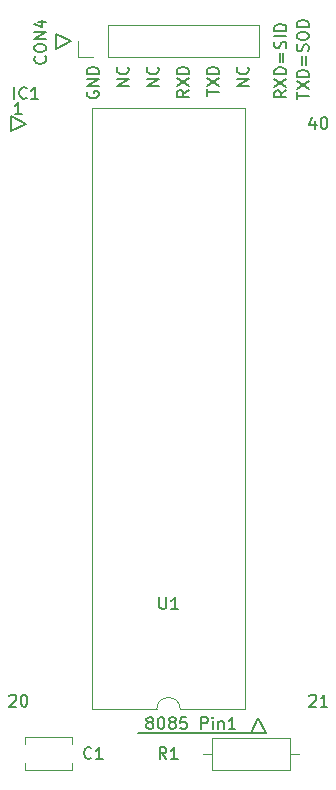
<source format=gto>
G04 #@! TF.GenerationSoftware,KiCad,Pcbnew,(6.0.7-1)-1*
G04 #@! TF.CreationDate,2022-09-28T23:36:56+09:00*
G04 #@! TF.ProjectId,MEZ8085,4d455a38-3038-4352-9e6b-696361645f70,A*
G04 #@! TF.SameCoordinates,PX5f5e100PY8f0d180*
G04 #@! TF.FileFunction,Legend,Top*
G04 #@! TF.FilePolarity,Positive*
%FSLAX46Y46*%
G04 Gerber Fmt 4.6, Leading zero omitted, Abs format (unit mm)*
G04 Created by KiCad (PCBNEW (6.0.7-1)-1) date 2022-09-28 23:36:56*
%MOMM*%
%LPD*%
G01*
G04 APERTURE LIST*
%ADD10C,0.150000*%
%ADD11C,0.120000*%
G04 APERTURE END LIST*
D10*
X21595000Y5593000D02*
X20960000Y4323000D01*
X4445000Y62230000D02*
X5715000Y62865000D01*
X20960000Y4323000D02*
X22230000Y4323000D01*
X635000Y55245000D02*
X1905000Y55880000D01*
X4445000Y63500000D02*
X4445000Y62230000D01*
X20955000Y4318000D02*
X11430000Y4318000D01*
X635000Y56515000D02*
X635000Y55245000D01*
X5715000Y62865000D02*
X4445000Y63500000D01*
X21595000Y5593000D02*
X22230000Y4323000D01*
X1905000Y55880000D02*
X635000Y56515000D01*
X10612380Y59052977D02*
X9612380Y59052977D01*
X10612380Y59624405D01*
X9612380Y59624405D01*
X10517142Y60672024D02*
X10564761Y60624405D01*
X10612380Y60481548D01*
X10612380Y60386310D01*
X10564761Y60243453D01*
X10469523Y60148215D01*
X10374285Y60100596D01*
X10183809Y60052977D01*
X10040952Y60052977D01*
X9850476Y60100596D01*
X9755238Y60148215D01*
X9660000Y60243453D01*
X9612380Y60386310D01*
X9612380Y60481548D01*
X9660000Y60624405D01*
X9707619Y60672024D01*
X928809Y57967620D02*
X928809Y58967620D01*
X1976428Y58062858D02*
X1928809Y58015239D01*
X1785952Y57967620D01*
X1690714Y57967620D01*
X1547857Y58015239D01*
X1452619Y58110477D01*
X1405000Y58205715D01*
X1357380Y58396191D01*
X1357380Y58539048D01*
X1405000Y58729524D01*
X1452619Y58824762D01*
X1547857Y58920000D01*
X1690714Y58967620D01*
X1785952Y58967620D01*
X1928809Y58920000D01*
X1976428Y58872381D01*
X2928809Y57967620D02*
X2357380Y57967620D01*
X2643095Y57967620D02*
X2643095Y58967620D01*
X2547857Y58824762D01*
X2452619Y58729524D01*
X2357380Y58681905D01*
X25908095Y7437381D02*
X25955714Y7485000D01*
X26050952Y7532620D01*
X26289047Y7532620D01*
X26384285Y7485000D01*
X26431904Y7437381D01*
X26479523Y7342143D01*
X26479523Y7246905D01*
X26431904Y7104048D01*
X25860476Y6532620D01*
X26479523Y6532620D01*
X27431904Y6532620D02*
X26860476Y6532620D01*
X27146190Y6532620D02*
X27146190Y7532620D01*
X27050952Y7389762D01*
X26955714Y7294524D01*
X26860476Y7246905D01*
X17227380Y58243453D02*
X17227380Y58814881D01*
X18227380Y58529167D02*
X17227380Y58529167D01*
X17227380Y59052977D02*
X18227380Y59719643D01*
X17227380Y59719643D02*
X18227380Y59052977D01*
X18227380Y60100596D02*
X17227380Y60100596D01*
X17227380Y60338691D01*
X17275000Y60481548D01*
X17370238Y60576786D01*
X17465476Y60624405D01*
X17655952Y60672024D01*
X17798809Y60672024D01*
X17989285Y60624405D01*
X18084523Y60576786D01*
X18179761Y60481548D01*
X18227380Y60338691D01*
X18227380Y60100596D01*
X13152380Y59052977D02*
X12152380Y59052977D01*
X13152380Y59624405D01*
X12152380Y59624405D01*
X13057142Y60672024D02*
X13104761Y60624405D01*
X13152380Y60481548D01*
X13152380Y60386310D01*
X13104761Y60243453D01*
X13009523Y60148215D01*
X12914285Y60100596D01*
X12723809Y60052977D01*
X12580952Y60052977D01*
X12390476Y60100596D01*
X12295238Y60148215D01*
X12200000Y60243453D01*
X12152380Y60386310D01*
X12152380Y60481548D01*
X12200000Y60624405D01*
X12247619Y60672024D01*
X513095Y7437381D02*
X560714Y7485000D01*
X655952Y7532620D01*
X894047Y7532620D01*
X989285Y7485000D01*
X1036904Y7437381D01*
X1084523Y7342143D01*
X1084523Y7246905D01*
X1036904Y7104048D01*
X465476Y6532620D01*
X1084523Y6532620D01*
X1703571Y7532620D02*
X1798809Y7532620D01*
X1894047Y7485000D01*
X1941666Y7437381D01*
X1989285Y7342143D01*
X2036904Y7151667D01*
X2036904Y6913572D01*
X1989285Y6723096D01*
X1941666Y6627858D01*
X1894047Y6580239D01*
X1798809Y6532620D01*
X1703571Y6532620D01*
X1608333Y6580239D01*
X1560714Y6627858D01*
X1513095Y6723096D01*
X1465476Y6913572D01*
X1465476Y7151667D01*
X1513095Y7342143D01*
X1560714Y7437381D01*
X1608333Y7485000D01*
X1703571Y7532620D01*
X12303571Y5199048D02*
X12208333Y5246667D01*
X12160714Y5294286D01*
X12113095Y5389524D01*
X12113095Y5437143D01*
X12160714Y5532381D01*
X12208333Y5580000D01*
X12303571Y5627620D01*
X12494047Y5627620D01*
X12589285Y5580000D01*
X12636904Y5532381D01*
X12684523Y5437143D01*
X12684523Y5389524D01*
X12636904Y5294286D01*
X12589285Y5246667D01*
X12494047Y5199048D01*
X12303571Y5199048D01*
X12208333Y5151429D01*
X12160714Y5103810D01*
X12113095Y5008572D01*
X12113095Y4818096D01*
X12160714Y4722858D01*
X12208333Y4675239D01*
X12303571Y4627620D01*
X12494047Y4627620D01*
X12589285Y4675239D01*
X12636904Y4722858D01*
X12684523Y4818096D01*
X12684523Y5008572D01*
X12636904Y5103810D01*
X12589285Y5151429D01*
X12494047Y5199048D01*
X13303571Y5627620D02*
X13398809Y5627620D01*
X13494047Y5580000D01*
X13541666Y5532381D01*
X13589285Y5437143D01*
X13636904Y5246667D01*
X13636904Y5008572D01*
X13589285Y4818096D01*
X13541666Y4722858D01*
X13494047Y4675239D01*
X13398809Y4627620D01*
X13303571Y4627620D01*
X13208333Y4675239D01*
X13160714Y4722858D01*
X13113095Y4818096D01*
X13065476Y5008572D01*
X13065476Y5246667D01*
X13113095Y5437143D01*
X13160714Y5532381D01*
X13208333Y5580000D01*
X13303571Y5627620D01*
X14208333Y5199048D02*
X14113095Y5246667D01*
X14065476Y5294286D01*
X14017857Y5389524D01*
X14017857Y5437143D01*
X14065476Y5532381D01*
X14113095Y5580000D01*
X14208333Y5627620D01*
X14398809Y5627620D01*
X14494047Y5580000D01*
X14541666Y5532381D01*
X14589285Y5437143D01*
X14589285Y5389524D01*
X14541666Y5294286D01*
X14494047Y5246667D01*
X14398809Y5199048D01*
X14208333Y5199048D01*
X14113095Y5151429D01*
X14065476Y5103810D01*
X14017857Y5008572D01*
X14017857Y4818096D01*
X14065476Y4722858D01*
X14113095Y4675239D01*
X14208333Y4627620D01*
X14398809Y4627620D01*
X14494047Y4675239D01*
X14541666Y4722858D01*
X14589285Y4818096D01*
X14589285Y5008572D01*
X14541666Y5103810D01*
X14494047Y5151429D01*
X14398809Y5199048D01*
X15494047Y5627620D02*
X15017857Y5627620D01*
X14970238Y5151429D01*
X15017857Y5199048D01*
X15113095Y5246667D01*
X15351190Y5246667D01*
X15446428Y5199048D01*
X15494047Y5151429D01*
X15541666Y5056191D01*
X15541666Y4818096D01*
X15494047Y4722858D01*
X15446428Y4675239D01*
X15351190Y4627620D01*
X15113095Y4627620D01*
X15017857Y4675239D01*
X14970238Y4722858D01*
X16732142Y4627620D02*
X16732142Y5627620D01*
X17113095Y5627620D01*
X17208333Y5580000D01*
X17255952Y5532381D01*
X17303571Y5437143D01*
X17303571Y5294286D01*
X17255952Y5199048D01*
X17208333Y5151429D01*
X17113095Y5103810D01*
X16732142Y5103810D01*
X17732142Y4627620D02*
X17732142Y5294286D01*
X17732142Y5627620D02*
X17684523Y5580000D01*
X17732142Y5532381D01*
X17779761Y5580000D01*
X17732142Y5627620D01*
X17732142Y5532381D01*
X18208333Y5294286D02*
X18208333Y4627620D01*
X18208333Y5199048D02*
X18255952Y5246667D01*
X18351190Y5294286D01*
X18494047Y5294286D01*
X18589285Y5246667D01*
X18636904Y5151429D01*
X18636904Y4627620D01*
X19636904Y4627620D02*
X19065476Y4627620D01*
X19351190Y4627620D02*
X19351190Y5627620D01*
X19255952Y5484762D01*
X19160714Y5389524D01*
X19065476Y5341905D01*
X7120000Y58586786D02*
X7072380Y58491548D01*
X7072380Y58348691D01*
X7120000Y58205834D01*
X7215238Y58110596D01*
X7310476Y58062977D01*
X7500952Y58015358D01*
X7643809Y58015358D01*
X7834285Y58062977D01*
X7929523Y58110596D01*
X8024761Y58205834D01*
X8072380Y58348691D01*
X8072380Y58443929D01*
X8024761Y58586786D01*
X7977142Y58634405D01*
X7643809Y58634405D01*
X7643809Y58443929D01*
X8072380Y59062977D02*
X7072380Y59062977D01*
X8072380Y59634405D01*
X7072380Y59634405D01*
X8072380Y60110596D02*
X7072380Y60110596D01*
X7072380Y60348691D01*
X7120000Y60491548D01*
X7215238Y60586786D01*
X7310476Y60634405D01*
X7500952Y60682024D01*
X7643809Y60682024D01*
X7834285Y60634405D01*
X7929523Y60586786D01*
X8024761Y60491548D01*
X8072380Y60348691D01*
X8072380Y60110596D01*
X20767380Y59052977D02*
X19767380Y59052977D01*
X20767380Y59624405D01*
X19767380Y59624405D01*
X20672142Y60672024D02*
X20719761Y60624405D01*
X20767380Y60481548D01*
X20767380Y60386310D01*
X20719761Y60243453D01*
X20624523Y60148215D01*
X20529285Y60100596D01*
X20338809Y60052977D01*
X20195952Y60052977D01*
X20005476Y60100596D01*
X19910238Y60148215D01*
X19815000Y60243453D01*
X19767380Y60386310D01*
X19767380Y60481548D01*
X19815000Y60624405D01*
X19862619Y60672024D01*
X26384285Y56094286D02*
X26384285Y55427620D01*
X26146190Y56475239D02*
X25908095Y55760953D01*
X26527142Y55760953D01*
X27098571Y56427620D02*
X27193809Y56427620D01*
X27289047Y56380000D01*
X27336666Y56332381D01*
X27384285Y56237143D01*
X27431904Y56046667D01*
X27431904Y55808572D01*
X27384285Y55618096D01*
X27336666Y55522858D01*
X27289047Y55475239D01*
X27193809Y55427620D01*
X27098571Y55427620D01*
X27003333Y55475239D01*
X26955714Y55522858D01*
X26908095Y55618096D01*
X26860476Y55808572D01*
X26860476Y56046667D01*
X26908095Y56237143D01*
X26955714Y56332381D01*
X27003333Y56380000D01*
X27098571Y56427620D01*
X24847380Y57977739D02*
X24847380Y58549167D01*
X25847380Y58263453D02*
X24847380Y58263453D01*
X24847380Y58787262D02*
X25847380Y59453929D01*
X24847380Y59453929D02*
X25847380Y58787262D01*
X25847380Y59834881D02*
X24847380Y59834881D01*
X24847380Y60072977D01*
X24895000Y60215834D01*
X24990238Y60311072D01*
X25085476Y60358691D01*
X25275952Y60406310D01*
X25418809Y60406310D01*
X25609285Y60358691D01*
X25704523Y60311072D01*
X25799761Y60215834D01*
X25847380Y60072977D01*
X25847380Y59834881D01*
X25323571Y60834881D02*
X25323571Y61596786D01*
X25609285Y61596786D02*
X25609285Y60834881D01*
X25799761Y62025358D02*
X25847380Y62168215D01*
X25847380Y62406310D01*
X25799761Y62501548D01*
X25752142Y62549167D01*
X25656904Y62596786D01*
X25561666Y62596786D01*
X25466428Y62549167D01*
X25418809Y62501548D01*
X25371190Y62406310D01*
X25323571Y62215834D01*
X25275952Y62120596D01*
X25228333Y62072977D01*
X25133095Y62025358D01*
X25037857Y62025358D01*
X24942619Y62072977D01*
X24895000Y62120596D01*
X24847380Y62215834D01*
X24847380Y62453929D01*
X24895000Y62596786D01*
X24847380Y63215834D02*
X24847380Y63406310D01*
X24895000Y63501548D01*
X24990238Y63596786D01*
X25180714Y63644405D01*
X25514047Y63644405D01*
X25704523Y63596786D01*
X25799761Y63501548D01*
X25847380Y63406310D01*
X25847380Y63215834D01*
X25799761Y63120596D01*
X25704523Y63025358D01*
X25514047Y62977739D01*
X25180714Y62977739D01*
X24990238Y63025358D01*
X24895000Y63120596D01*
X24847380Y63215834D01*
X25847380Y64072977D02*
X24847380Y64072977D01*
X24847380Y64311072D01*
X24895000Y64453929D01*
X24990238Y64549167D01*
X25085476Y64596786D01*
X25275952Y64644405D01*
X25418809Y64644405D01*
X25609285Y64596786D01*
X25704523Y64549167D01*
X25799761Y64453929D01*
X25847380Y64311072D01*
X25847380Y64072977D01*
X1555714Y56697620D02*
X984285Y56697620D01*
X1270000Y56697620D02*
X1270000Y57697620D01*
X1174761Y57554762D01*
X1079523Y57459524D01*
X984285Y57411905D01*
X23947380Y58692024D02*
X23471190Y58358691D01*
X23947380Y58120596D02*
X22947380Y58120596D01*
X22947380Y58501548D01*
X22995000Y58596786D01*
X23042619Y58644405D01*
X23137857Y58692024D01*
X23280714Y58692024D01*
X23375952Y58644405D01*
X23423571Y58596786D01*
X23471190Y58501548D01*
X23471190Y58120596D01*
X22947380Y59025358D02*
X23947380Y59692024D01*
X22947380Y59692024D02*
X23947380Y59025358D01*
X23947380Y60072977D02*
X22947380Y60072977D01*
X22947380Y60311072D01*
X22995000Y60453929D01*
X23090238Y60549167D01*
X23185476Y60596786D01*
X23375952Y60644405D01*
X23518809Y60644405D01*
X23709285Y60596786D01*
X23804523Y60549167D01*
X23899761Y60453929D01*
X23947380Y60311072D01*
X23947380Y60072977D01*
X23423571Y61072977D02*
X23423571Y61834881D01*
X23709285Y61834881D02*
X23709285Y61072977D01*
X23899761Y62263453D02*
X23947380Y62406310D01*
X23947380Y62644405D01*
X23899761Y62739643D01*
X23852142Y62787262D01*
X23756904Y62834881D01*
X23661666Y62834881D01*
X23566428Y62787262D01*
X23518809Y62739643D01*
X23471190Y62644405D01*
X23423571Y62453929D01*
X23375952Y62358691D01*
X23328333Y62311072D01*
X23233095Y62263453D01*
X23137857Y62263453D01*
X23042619Y62311072D01*
X22995000Y62358691D01*
X22947380Y62453929D01*
X22947380Y62692024D01*
X22995000Y62834881D01*
X23947380Y63263453D02*
X22947380Y63263453D01*
X23947380Y63739643D02*
X22947380Y63739643D01*
X22947380Y63977739D01*
X22995000Y64120596D01*
X23090238Y64215834D01*
X23185476Y64263453D01*
X23375952Y64311072D01*
X23518809Y64311072D01*
X23709285Y64263453D01*
X23804523Y64215834D01*
X23899761Y64120596D01*
X23947380Y63977739D01*
X23947380Y63739643D01*
X15687380Y58719643D02*
X15211190Y58386310D01*
X15687380Y58148215D02*
X14687380Y58148215D01*
X14687380Y58529167D01*
X14735000Y58624405D01*
X14782619Y58672024D01*
X14877857Y58719643D01*
X15020714Y58719643D01*
X15115952Y58672024D01*
X15163571Y58624405D01*
X15211190Y58529167D01*
X15211190Y58148215D01*
X14687380Y59052977D02*
X15687380Y59719643D01*
X14687380Y59719643D02*
X15687380Y59052977D01*
X15687380Y60100596D02*
X14687380Y60100596D01*
X14687380Y60338691D01*
X14735000Y60481548D01*
X14830238Y60576786D01*
X14925476Y60624405D01*
X15115952Y60672024D01*
X15258809Y60672024D01*
X15449285Y60624405D01*
X15544523Y60576786D01*
X15639761Y60481548D01*
X15687380Y60338691D01*
X15687380Y60100596D01*
X13213095Y15792620D02*
X13213095Y14983096D01*
X13260714Y14887858D01*
X13308333Y14840239D01*
X13403571Y14792620D01*
X13594047Y14792620D01*
X13689285Y14840239D01*
X13736904Y14887858D01*
X13784523Y14983096D01*
X13784523Y15792620D01*
X14784523Y14792620D02*
X14213095Y14792620D01*
X14498809Y14792620D02*
X14498809Y15792620D01*
X14403571Y15649762D01*
X14308333Y15554524D01*
X14213095Y15506905D01*
X3527142Y61580715D02*
X3574761Y61533096D01*
X3622380Y61390239D01*
X3622380Y61295000D01*
X3574761Y61152143D01*
X3479523Y61056905D01*
X3384285Y61009286D01*
X3193809Y60961667D01*
X3050952Y60961667D01*
X2860476Y61009286D01*
X2765238Y61056905D01*
X2670000Y61152143D01*
X2622380Y61295000D01*
X2622380Y61390239D01*
X2670000Y61533096D01*
X2717619Y61580715D01*
X2622380Y62199762D02*
X2622380Y62390239D01*
X2670000Y62485477D01*
X2765238Y62580715D01*
X2955714Y62628334D01*
X3289047Y62628334D01*
X3479523Y62580715D01*
X3574761Y62485477D01*
X3622380Y62390239D01*
X3622380Y62199762D01*
X3574761Y62104524D01*
X3479523Y62009286D01*
X3289047Y61961667D01*
X2955714Y61961667D01*
X2765238Y62009286D01*
X2670000Y62104524D01*
X2622380Y62199762D01*
X3622380Y63056905D02*
X2622380Y63056905D01*
X3622380Y63628334D01*
X2622380Y63628334D01*
X2955714Y64533096D02*
X3622380Y64533096D01*
X2574761Y64295000D02*
X3289047Y64056905D01*
X3289047Y64675953D01*
X13803333Y2087620D02*
X13470000Y2563810D01*
X13231904Y2087620D02*
X13231904Y3087620D01*
X13612857Y3087620D01*
X13708095Y3040000D01*
X13755714Y2992381D01*
X13803333Y2897143D01*
X13803333Y2754286D01*
X13755714Y2659048D01*
X13708095Y2611429D01*
X13612857Y2563810D01*
X13231904Y2563810D01*
X14755714Y2087620D02*
X14184285Y2087620D01*
X14470000Y2087620D02*
X14470000Y3087620D01*
X14374761Y2944762D01*
X14279523Y2849524D01*
X14184285Y2801905D01*
X7453333Y2182858D02*
X7405714Y2135239D01*
X7262857Y2087620D01*
X7167619Y2087620D01*
X7024761Y2135239D01*
X6929523Y2230477D01*
X6881904Y2325715D01*
X6834285Y2516191D01*
X6834285Y2659048D01*
X6881904Y2849524D01*
X6929523Y2944762D01*
X7024761Y3040000D01*
X7167619Y3087620D01*
X7262857Y3087620D01*
X7405714Y3040000D01*
X7453333Y2992381D01*
X8405714Y2087620D02*
X7834285Y2087620D01*
X8120000Y2087620D02*
X8120000Y3087620D01*
X8024761Y2944762D01*
X7929523Y2849524D01*
X7834285Y2801905D01*
D11*
X20435000Y6295000D02*
X20435000Y57215000D01*
X20435000Y57215000D02*
X7515000Y57215000D01*
X7515000Y57215000D02*
X7515000Y6295000D01*
X14975000Y6295000D02*
X20435000Y6295000D01*
X7515000Y6295000D02*
X12975000Y6295000D01*
X14975000Y6295000D02*
G75*
G03*
X12975000Y6295000I-1000000J0D01*
G01*
X7620000Y61535000D02*
X6290000Y61535000D01*
X8890000Y61535000D02*
X8890000Y64195000D01*
X8890000Y64195000D02*
X21650000Y64195000D01*
X6290000Y61535000D02*
X6290000Y62865000D01*
X8890000Y61535000D02*
X21650000Y61535000D01*
X21650000Y61535000D02*
X21650000Y64195000D01*
X17685000Y3910000D02*
X17685000Y1170000D01*
X17685000Y1170000D02*
X24225000Y1170000D01*
X24225000Y1170000D02*
X24225000Y3910000D01*
X24995000Y2540000D02*
X24225000Y2540000D01*
X16915000Y2540000D02*
X17685000Y2540000D01*
X24225000Y3910000D02*
X17685000Y3910000D01*
X5830000Y3960000D02*
X1790000Y3960000D01*
X5830000Y3335000D02*
X5830000Y3960000D01*
X5830000Y1120000D02*
X5830000Y1745000D01*
X5830000Y1120000D02*
X1790000Y1120000D01*
X1790000Y3335000D02*
X1790000Y3960000D01*
X1790000Y1120000D02*
X1790000Y1745000D01*
M02*

</source>
